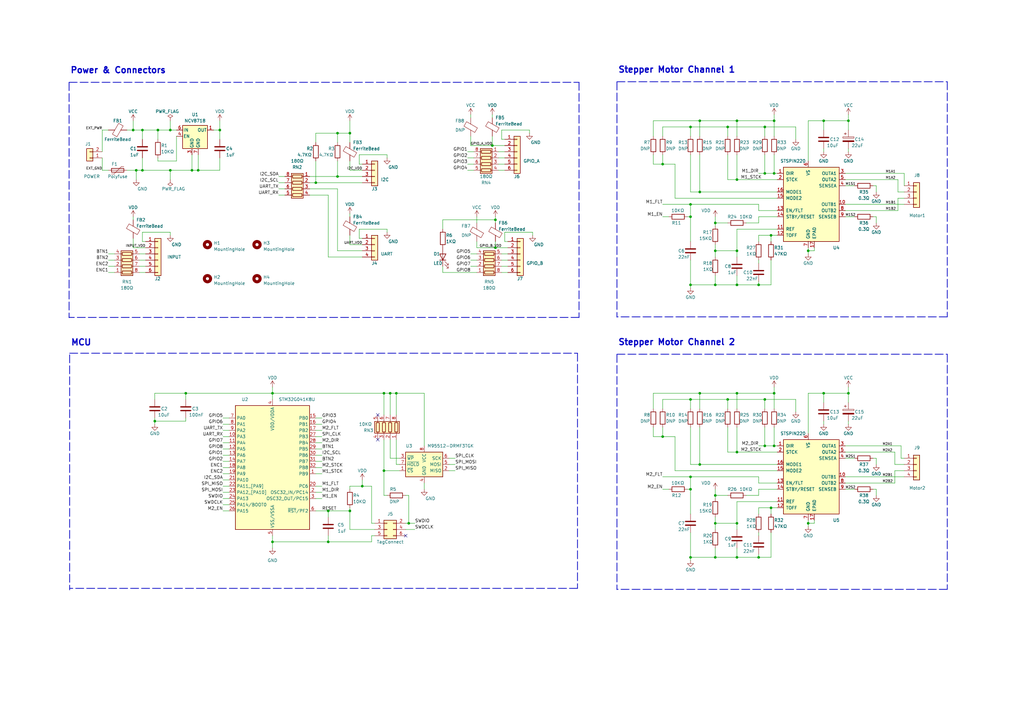
<source format=kicad_sch>
(kicad_sch (version 20220404) (generator eeschema)
  (paper "A3")
  (title_block (title "loco") (date "2022-07-15") (rev "0.2") (company "vitaly.codes"))
  (junction (at 316.23 208.28))
  (junction (at 63.5 172.72))
  (junction (at 317.5 182.88))
  (junction (at 317.5 71.12))
  (junction (at 58.42 53.34))
  (junction (at 331.47 214.63))
  (junction (at 283.21 228.6))
  (junction (at 143.51 54.61))
  (junction (at 203.2 101.6))
  (junction (at 302.26 185.42))
  (junction (at 283.21 195.58))
  (junction (at 138.43 72.39))
  (junction (at 302.26 49.53))
  (junction (at 293.37 214.63))
  (junction (at 111.76 222.25))
  (junction (at 313.69 182.88))
  (junction (at 143.51 209.55))
  (junction (at 69.85 69.85))
  (junction (at 271.78 179.07))
  (junction (at 157.48 193.04))
  (junction (at 271.78 67.31))
  (junction (at 64.77 53.34))
  (junction (at 293.37 91.44))
  (junction (at 287.02 49.53))
  (junction (at 337.82 49.53))
  (junction (at 316.23 96.52))
  (junction (at 331.47 102.87))
  (junction (at 69.85 53.34))
  (junction (at 138.43 54.61))
  (junction (at 76.2 161.29))
  (junction (at 90.17 53.34))
  (junction (at 347.98 161.29))
  (junction (at 302.26 116.84))
  (junction (at 293.37 228.6))
  (junction (at 298.45 163.83))
  (junction (at 317.5 161.29))
  (junction (at 313.69 71.12))
  (junction (at 293.37 116.84))
  (junction (at 111.76 161.29))
  (junction (at 78.74 69.85))
  (junction (at 317.5 49.53))
  (junction (at 302.26 228.6))
  (junction (at 167.64 214.63))
  (junction (at 302.26 102.87))
  (junction (at 287.02 78.74))
  (junction (at 283.21 163.83))
  (junction (at 283.21 116.84))
  (junction (at 129.54 74.93))
  (junction (at 157.48 161.29))
  (junction (at 160.02 161.29))
  (junction (at 293.37 203.2))
  (junction (at 302.26 73.66))
  (junction (at 311.15 228.6))
  (junction (at 347.98 49.53))
  (junction (at 203.2 90.17))
  (junction (at 54.61 53.34))
  (junction (at 134.62 209.55))
  (junction (at 55.88 69.85))
  (junction (at 293.37 102.87))
  (junction (at 81.28 69.85))
  (junction (at 201.93 59.69))
  (junction (at 162.56 161.29))
  (junction (at 302.26 214.63))
  (junction (at 283.21 83.82))
  (junction (at 313.69 52.07))
  (junction (at 134.62 222.25))
  (junction (at 298.45 52.07))
  (junction (at 58.42 69.85))
  (junction (at 311.15 116.84))
  (junction (at 283.21 88.9))
  (junction (at 283.21 200.66))
  (junction (at 283.21 52.07))
  (junction (at 287.02 190.5))
  (junction (at 313.69 163.83))
  (junction (at 287.02 161.29))
  (junction (at 302.26 161.29))
  (junction (at 337.82 161.29))
  (junction (at 148.59 199.39))
  (no_connect (at 154.94 180.34))
  (no_connect (at 154.94 170.18))
  (no_connect (at 166.37 219.71))
  (wire (pts (xy 313.69 175.26) (xy 313.69 182.88)))
  (wire (pts (xy 134.62 105.41) (xy 134.62 80.01)))
  (wire (pts (xy 293.37 100.33) (xy 293.37 102.87)))
  (wire (pts (xy 69.85 53.34) (xy 72.39 53.34)))
  (wire (pts (xy 69.85 95.25) (xy 69.85 96.52)))
  (wire (pts (xy 318.77 78.74) (xy 287.02 78.74)))
  (wire (pts (xy 276.86 193.04) (xy 318.77 193.04)))
  (wire (pts (xy 87.63 53.34) (xy 90.17 53.34)))
  (wire (pts (xy 91.44 184.15) (xy 93.98 184.15)))
  (wire (pts (xy 271.78 67.31) (xy 271.78 63.5)))
  (wire (pts (xy 205.74 53.34) (xy 217.17 53.34)))
  (wire (pts (xy 63.5 172.72) (xy 76.2 172.72)))
  (wire (pts (xy 81.28 63.5) (xy 81.28 69.85)))
  (wire (pts (xy 207.01 57.15) (xy 205.74 57.15)))
  (wire (pts (xy 271.78 167.64) (xy 271.78 163.83)))
  (wire (pts (xy 157.48 203.2) (xy 158.75 203.2)))
  (wire (pts (xy 134.62 222.25) (xy 111.76 222.25)))
  (wire (pts (xy 267.97 161.29) (xy 267.97 167.64)))
  (wire (pts (xy 132.08 186.69) (xy 129.54 186.69)))
  (wire (pts (xy 147.32 93.98) (xy 158.75 93.98)))
  (wire (pts (xy 191.77 69.85) (xy 194.31 69.85)))
  (wire (pts (xy 283.21 163.83) (xy 298.45 163.83)))
  (wire (pts (xy 152.4 199.39) (xy 152.4 214.63)))
  (wire (pts (xy 346.71 83.82) (xy 370.84 83.82)))
  (wire (pts (xy 281.94 200.66) (xy 283.21 200.66)))
  (wire (pts (xy 287.02 161.29) (xy 302.26 161.29)))
  (wire (pts (xy 205.74 109.22) (xy 208.28 109.22)))
  (wire (pts (xy 147.32 63.5) (xy 158.75 63.5)))
  (wire (pts (xy 91.44 179.07) (xy 93.98 179.07)))
  (wire (pts (xy 129.54 54.61) (xy 138.43 54.61)))
  (wire (pts (xy 346.71 76.2) (xy 350.52 76.2)))
  (wire (pts (xy 306.07 91.44) (xy 311.15 91.44)))
  (polyline (pts (xy 28.575 144.8816) (xy 236.855 144.8816)) (stroke (width 0.3) (type dash)))
  (wire (pts (xy 148.59 105.41) (xy 134.62 105.41)))
  (wire (pts (xy 207.01 95.25) (xy 218.44 95.25)))
  (wire (pts (xy 313.69 52.07) (xy 298.45 52.07)))
  (wire (pts (xy 293.37 212.09) (xy 293.37 214.63)))
  (wire (pts (xy 293.37 214.63) (xy 302.26 214.63)))
  (wire (pts (xy 311.15 208.28) (xy 311.15 210.82)))
  (wire (pts (xy 147.32 67.31) (xy 147.32 63.5)))
  (wire (pts (xy 166.37 217.17) (xy 170.18 217.17)))
  (wire (pts (xy 44.45 106.68) (xy 46.99 106.68)))
  (wire (pts (xy 54.61 53.34) (xy 58.42 53.34)))
  (wire (pts (xy 127 74.93) (xy 129.54 74.93)))
  (wire (pts (xy 204.47 69.85) (xy 207.01 69.85)))
  (wire (pts (xy 347.98 158.75) (xy 347.98 161.29)))
  (wire (pts (xy 63.5 172.72) (xy 63.5 173.99)))
  (wire (pts (xy 326.39 163.83) (xy 313.69 163.83)))
  (wire (pts (xy 287.02 175.26) (xy 287.02 190.5)))
  (wire (pts (xy 311.15 227.33) (xy 311.15 228.6)))
  (wire (pts (xy 195.58 101.6) (xy 203.2 101.6)))
  (wire (pts (xy 283.21 83.82) (xy 283.21 88.9)))
  (wire (pts (xy 167.64 203.2) (xy 167.64 214.63)))
  (wire (pts (xy 91.44 176.53) (xy 93.98 176.53)))
  (wire (pts (xy 69.85 69.85) (xy 78.74 69.85)))
  (wire (pts (xy 317.5 46.99) (xy 317.5 49.53)))
  (wire (pts (xy 311.15 88.9) (xy 318.77 88.9)))
  (wire (pts (xy 129.54 58.42) (xy 129.54 54.61)))
  (wire (pts (xy 148.59 69.85) (xy 143.51 69.85)))
  (wire (pts (xy 41.91 64.77) (xy 41.91 69.85)))
  (wire (pts (xy 317.5 175.26) (xy 317.5 182.88)))
  (wire (pts (xy 191.77 64.77) (xy 194.31 64.77)))
  (wire (pts (xy 347.98 49.53) (xy 347.98 53.34)))
  (wire (pts (xy 91.44 186.69) (xy 93.98 186.69)))
  (wire (pts (xy 283.21 228.6) (xy 293.37 228.6)))
  (wire (pts (xy 55.88 69.85) (xy 55.88 73.66)))
  (wire (pts (xy 337.82 161.29) (xy 347.98 161.29)))
  (wire (pts (xy 90.17 69.85) (xy 90.17 64.77)))
  (wire (pts (xy 316.23 116.84) (xy 311.15 116.84)))
  (wire (pts (xy 359.41 200.66) (xy 359.41 203.2)))
  (wire (pts (xy 302.26 224.79) (xy 302.26 228.6)))
  (polyline (pts (xy 28.3464 33.8582) (xy 28.3464 130.2766)) (stroke (width 0.3) (type dash)))
  (wire (pts (xy 271.78 67.31) (xy 267.97 67.31)))
  (polyline (pts (xy 28.3464 33.7566) (xy 237.49 33.7566)) (stroke (width 0.3) (type dash)))
  (wire (pts (xy 287.02 49.53) (xy 287.02 55.88)))
  (wire (pts (xy 313.69 182.88) (xy 317.5 182.88)))
  (wire (pts (xy 132.08 204.47) (xy 129.54 204.47)))
  (wire (pts (xy 205.74 57.15) (xy 205.74 53.34)))
  (wire (pts (xy 302.26 63.5) (xy 302.26 73.66)))
  (wire (pts (xy 148.59 67.31) (xy 147.32 67.31)))
  (wire (pts (xy 157.48 180.34) (xy 157.48 193.04)))
  (wire (pts (xy 283.21 78.74) (xy 287.02 78.74)))
  (wire (pts (xy 316.23 218.44) (xy 316.23 228.6)))
  (wire (pts (xy 72.39 66.04) (xy 72.39 55.88)))
  (wire (pts (xy 58.42 53.34) (xy 64.77 53.34)))
  (wire (pts (xy 276.86 179.07) (xy 276.86 193.04)))
  (wire (pts (xy 317.5 161.29) (xy 317.5 167.64)))
  (wire (pts (xy 63.5 161.29) (xy 76.2 161.29)))
  (wire (pts (xy 287.02 161.29) (xy 287.02 167.64)))
  (wire (pts (xy 162.56 180.34) (xy 162.56 190.5)))
  (wire (pts (xy 193.04 109.22) (xy 195.58 109.22)))
  (wire (pts (xy 54.61 49.53) (xy 54.61 53.34)))
  (wire (pts (xy 346.71 187.96) (xy 350.52 187.96)))
  (wire (pts (xy 369.57 182.88) (xy 369.57 187.96)))
  (wire (pts (xy 114.3 80.01) (xy 116.84 80.01)))
  (wire (pts (xy 302.26 73.66) (xy 318.77 73.66)))
  (polyline (pts (xy 236.855 241.3) (xy 28.575 241.3)) (stroke (width 0.3) (type dash)))
  (wire (pts (xy 283.21 200.66) (xy 283.21 210.82)))
  (wire (pts (xy 298.45 185.42) (xy 302.26 185.42)))
  (wire (pts (xy 91.44 201.93) (xy 93.98 201.93)))
  (wire (pts (xy 173.99 161.29) (xy 173.99 182.88)))
  (wire (pts (xy 313.69 71.12) (xy 317.5 71.12)))
  (wire (pts (xy 132.08 173.99) (xy 129.54 173.99)))
  (wire (pts (xy 205.74 104.14) (xy 208.28 104.14)))
  (wire (pts (xy 58.42 99.06) (xy 58.42 95.25)))
  (wire (pts (xy 58.42 57.15) (xy 58.42 53.34)))
  (wire (pts (xy 129.54 209.55) (xy 134.62 209.55)))
  (wire (pts (xy 91.44 207.01) (xy 93.98 207.01)))
  (wire (pts (xy 160.02 161.29) (xy 160.02 170.18)))
  (wire (pts (xy 311.15 195.58) (xy 311.15 198.12)))
  (wire (pts (xy 298.45 73.66) (xy 302.26 73.66)))
  (wire (pts (xy 293.37 203.2) (xy 293.37 204.47)))
  (wire (pts (xy 271.78 179.07) (xy 267.97 179.07)))
  (wire (pts (xy 311.15 83.82) (xy 283.21 83.82)))
  (wire (pts (xy 331.47 102.87) (xy 334.01 102.87)))
  (wire (pts (xy 311.15 208.28) (xy 316.23 208.28)))
  (wire (pts (xy 311.15 200.66) (xy 318.77 200.66)))
  (wire (pts (xy 76.2 163.83) (xy 76.2 161.29)))
  (wire (pts (xy 293.37 91.44) (xy 293.37 92.71)))
  (wire (pts (xy 152.4 219.71) (xy 153.67 219.71)))
  (wire (pts (xy 346.71 88.9) (xy 350.52 88.9)))
  (wire (pts (xy 132.08 194.31) (xy 129.54 194.31)))
  (wire (pts (xy 316.23 228.6) (xy 311.15 228.6)))
  (wire (pts (xy 369.57 187.96) (xy 370.84 187.96)))
  (wire (pts (xy 283.21 116.84) (xy 293.37 116.84)))
  (wire (pts (xy 186.69 187.96) (xy 184.15 187.96)))
  (wire (pts (xy 81.28 69.85) (xy 90.17 69.85)))
  (wire (pts (xy 316.23 208.28) (xy 316.23 210.82)))
  (wire (pts (xy 318.77 205.74) (xy 302.26 205.74)))
  (wire (pts (xy 166.37 203.2) (xy 167.64 203.2)))
  (wire (pts (xy 134.62 222.25) (xy 152.4 222.25)))
  (wire (pts (xy 111.76 161.29) (xy 157.48 161.29)))
  (wire (pts (xy 283.21 116.84) (xy 283.21 118.11)))
  (wire (pts (xy 311.15 86.36) (xy 318.77 86.36)))
  (wire (pts (xy 298.45 91.44) (xy 293.37 91.44)))
  (wire (pts (xy 302.26 205.74) (xy 302.26 214.63)))
  (wire (pts (xy 302.26 113.03) (xy 302.26 116.84)))
  (wire (pts (xy 317.5 49.53) (xy 317.5 55.88)))
  (wire (pts (xy 181.61 90.17) (xy 181.61 93.98)))
  (wire (pts (xy 138.43 102.87) (xy 138.43 77.47)))
  (wire (pts (xy 64.77 66.04) (xy 72.39 66.04)))
  (wire (pts (xy 331.47 102.87) (xy 331.47 101.6)))
  (wire (pts (xy 311.15 203.2) (xy 311.15 200.66)))
  (wire (pts (xy 160.02 187.96) (xy 163.83 187.96)))
  (wire (pts (xy 276.86 67.31) (xy 271.78 67.31)))
  (wire (pts (xy 41.91 62.23) (xy 41.91 53.34)))
  (wire (pts (xy 359.41 76.2) (xy 359.41 78.74)))
  (wire (pts (xy 173.99 200.66) (xy 173.99 198.12)))
  (wire (pts (xy 218.44 95.25) (xy 218.44 96.52)))
  (wire (pts (xy 271.78 83.82) (xy 283.21 83.82)))
  (wire (pts (xy 57.15 106.68) (xy 59.69 106.68)))
  (polyline (pts (xy 28.575 145.5166) (xy 28.575 241.935)) (stroke (width 0.3) (type dash)))
  (wire (pts (xy 195.58 99.06) (xy 195.58 101.6)))
  (wire (pts (xy 134.62 209.55) (xy 143.51 209.55)))
  (wire (pts (xy 276.86 179.07) (xy 271.78 179.07)))
  (wire (pts (xy 318.77 190.5) (xy 287.02 190.5)))
  (wire (pts (xy 44.45 109.22) (xy 46.99 109.22)))
  (wire (pts (xy 203.2 88.9) (xy 203.2 90.17)))
  (wire (pts (xy 283.21 106.68) (xy 283.21 116.84)))
  (wire (pts (xy 64.77 57.15) (xy 64.77 53.34)))
  (wire (pts (xy 337.82 49.53) (xy 347.98 49.53)))
  (wire (pts (xy 358.14 200.66) (xy 359.41 200.66)))
  (wire (pts (xy 318.77 208.28) (xy 316.23 208.28)))
  (wire (pts (xy 370.84 193.04) (xy 367.03 193.04)))
  (wire (pts (xy 132.08 199.39) (xy 129.54 199.39)))
  (wire (pts (xy 138.43 72.39) (xy 148.59 72.39)))
  (wire (pts (xy 359.41 88.9) (xy 359.41 91.44)))
  (wire (pts (xy 160.02 161.29) (xy 157.48 161.29)))
  (wire (pts (xy 367.03 190.5) (xy 370.84 190.5)))
  (wire (pts (xy 57.15 109.22) (xy 59.69 109.22)))
  (wire (pts (xy 143.51 54.61) (xy 143.51 58.42)))
  (wire (pts (xy 331.47 49.53) (xy 337.82 49.53)))
  (wire (pts (xy 162.56 190.5) (xy 163.83 190.5)))
  (wire (pts (xy 78.74 63.5) (xy 78.74 69.85)))
  (wire (pts (xy 91.44 199.39) (xy 93.98 199.39)))
  (wire (pts (xy 158.75 63.5) (xy 158.75 64.77)))
  (wire (pts (xy 143.51 217.17) (xy 143.51 209.55)))
  (wire (pts (xy 186.69 193.04) (xy 184.15 193.04)))
  (wire (pts (xy 368.3 81.28) (xy 370.84 81.28)))
  (wire (pts (xy 346.71 71.12) (xy 370.84 71.12)))
  (wire (pts (xy 132.08 171.45) (xy 129.54 171.45)))
  (wire (pts (xy 331.47 161.29) (xy 331.47 177.8)))
  (wire (pts (xy 293.37 200.66) (xy 293.37 203.2)))
  (wire (pts (xy 293.37 102.87) (xy 293.37 105.41)))
  (wire (pts (xy 311.15 182.88) (xy 313.69 182.88)))
  (wire (pts (xy 368.3 78.74) (xy 370.84 78.74)))
  (wire (pts (xy 59.69 99.06) (xy 58.42 99.06)))
  (wire (pts (xy 205.74 111.76) (xy 208.28 111.76)))
  (wire (pts (xy 298.45 175.26) (xy 298.45 185.42)))
  (wire (pts (xy 318.77 96.52) (xy 316.23 96.52)))
  (wire (pts (xy 64.77 53.34) (xy 69.85 53.34)))
  (wire (pts (xy 367.03 193.04) (xy 367.03 198.12)))
  (wire (pts (xy 143.51 199.39) (xy 148.59 199.39)))
  (wire (pts (xy 158.75 93.98) (xy 158.75 95.25)))
  (wire (pts (xy 283.21 63.5) (xy 283.21 78.74)))
  (wire (pts (xy 311.15 71.12) (xy 313.69 71.12)))
  (wire (pts (xy 346.71 198.12) (xy 367.03 198.12)))
  (wire (pts (xy 143.51 49.53) (xy 143.51 54.61)))
  (wire (pts (xy 331.47 214.63) (xy 334.01 214.63)))
  (wire (pts (xy 54.61 88.9) (xy 54.61 90.17)))
  (wire (pts (xy 162.56 161.29) (xy 162.56 170.18)))
  (wire (pts (xy 91.44 194.31) (xy 93.98 194.31)))
  (polyline (pts (xy 253.0348 145.288) (xy 388.5184 145.288)) (stroke (width 0.3) (type dash)))
  (wire (pts (xy 283.21 195.58) (xy 283.21 200.66)))
  (wire (pts (xy 346.71 185.42) (xy 367.03 185.42)))
  (wire (pts (xy 148.59 102.87) (xy 138.43 102.87)))
  (wire (pts (xy 91.44 209.55) (xy 93.98 209.55)))
  (wire (pts (xy 311.15 198.12) (xy 318.77 198.12)))
  (wire (pts (xy 302.26 49.53) (xy 317.5 49.53)))
  (wire (pts (xy 347.98 46.99) (xy 347.98 49.53)))
  (wire (pts (xy 331.47 161.29) (xy 337.82 161.29)))
  (wire (pts (xy 69.85 49.53) (xy 69.85 53.34)))
  (wire (pts (xy 293.37 116.84) (xy 302.26 116.84)))
  (wire (pts (xy 313.69 163.83) (xy 298.45 163.83)))
  (wire (pts (xy 58.42 95.25) (xy 69.85 95.25)))
  (wire (pts (xy 148.59 100.33) (xy 143.51 100.33)))
  (wire (pts (xy 316.23 96.52) (xy 316.23 99.06)))
  (polyline (pts (xy 253.0348 33.6296) (xy 253.0348 130.048)) (stroke (width 0.3) (type dash)))
  (wire (pts (xy 311.15 96.52) (xy 311.15 99.06)))
  (wire (pts (xy 205.74 106.68) (xy 208.28 106.68)))
  (wire (pts (xy 311.15 115.57) (xy 311.15 116.84)))
  (wire (pts (xy 157.48 193.04) (xy 157.48 203.2)))
  (wire (pts (xy 317.5 182.88) (xy 318.77 182.88)))
  (wire (pts (xy 64.77 66.04) (xy 64.77 64.77)))
  (wire (pts (xy 201.93 59.69) (xy 207.01 59.69)))
  (wire (pts (xy 143.51 96.52) (xy 143.51 100.33)))
  (wire (pts (xy 334.01 214.63) (xy 334.01 213.36)))
  (wire (pts (xy 76.2 161.29) (xy 111.76 161.29)))
  (wire (pts (xy 283.21 228.6) (xy 283.21 229.87)))
  (wire (pts (xy 313.69 63.5) (xy 313.69 71.12)))
  (wire (pts (xy 302.26 102.87) (xy 302.26 105.41)))
  (wire (pts (xy 134.62 219.71) (xy 134.62 222.25)))
  (wire (pts (xy 283.21 218.44) (xy 283.21 228.6)))
  (wire (pts (xy 191.77 62.23) (xy 194.31 62.23)))
  (wire (pts (xy 162.56 161.29) (xy 160.02 161.29)))
  (wire (pts (xy 111.76 161.29) (xy 111.76 163.83)))
  (wire (pts (xy 283.21 175.26) (xy 283.21 190.5)))
  (wire (pts (xy 157.48 161.29) (xy 157.48 170.18)))
  (wire (pts (xy 69.85 73.66) (xy 69.85 69.85)))
  (wire (pts (xy 359.41 187.96) (xy 359.41 190.5)))
  (wire (pts (xy 271.78 55.88) (xy 271.78 52.07)))
  (wire (pts (xy 358.14 76.2) (xy 359.41 76.2)))
  (wire (pts (xy 281.94 88.9) (xy 283.21 88.9)))
  (wire (pts (xy 111.76 219.71) (xy 111.76 222.25)))
  (wire (pts (xy 271.78 88.9) (xy 274.32 88.9)))
  (wire (pts (xy 334.01 102.87) (xy 334.01 101.6)))
  (wire (pts (xy 369.57 182.88) (xy 346.71 182.88)))
  (wire (pts (xy 55.88 69.85) (xy 58.42 69.85)))
  (wire (pts (xy 337.82 60.96) (xy 337.82 62.23)))
  (wire (pts (xy 91.44 196.85) (xy 93.98 196.85)))
  (wire (pts (xy 370.84 71.12) (xy 370.84 76.2)))
  (wire (pts (xy 293.37 214.63) (xy 293.37 217.17)))
  (wire (pts (xy 287.02 63.5) (xy 287.02 78.74)))
  (wire (pts (xy 138.43 54.61) (xy 143.51 54.61)))
  (wire (pts (xy 267.97 49.53) (xy 267.97 55.88)))
  (wire (pts (xy 313.69 55.88) (xy 313.69 52.07)))
  (wire (pts (xy 271.78 163.83) (xy 283.21 163.83)))
  (polyline (pts (xy 253.0348 33.528) (xy 388.5184 33.528)) (stroke (width 0.3) (type dash)))
  (wire (pts (xy 293.37 228.6) (xy 302.26 228.6)))
  (wire (pts (xy 331.47 214.63) (xy 331.47 215.9)))
  (wire (pts (xy 152.4 199.39) (xy 148.59 199.39)))
  (wire (pts (xy 311.15 106.68) (xy 311.15 107.95)))
  (wire (pts (xy 203.2 90.17) (xy 203.2 91.44)))
  (wire (pts (xy 181.61 111.76) (xy 195.58 111.76)))
  (wire (pts (xy 367.03 185.42) (xy 367.03 190.5)))
  (wire (pts (xy 143.51 200.66) (xy 143.51 199.39)))
  (wire (pts (xy 302.26 161.29) (xy 302.26 167.64)))
  (wire (pts (xy 148.59 97.79) (xy 147.32 97.79)))
  (polyline (pts (xy 237.49 33.7566) (xy 237.49 130.175)) (stroke (width 0.3) (type dash)))
  (wire (pts (xy 283.21 55.88) (xy 283.21 52.07)))
  (wire (pts (xy 44.45 111.76) (xy 46.99 111.76)))
  (wire (pts (xy 143.51 208.28) (xy 143.51 209.55)))
  (wire (pts (xy 204.47 67.31) (xy 207.01 67.31)))
  (wire (pts (xy 311.15 195.58) (xy 283.21 195.58)))
  (wire (pts (xy 203.2 99.06) (xy 203.2 101.6)))
  (wire (pts (xy 157.48 193.04) (xy 163.83 193.04)))
  (wire (pts (xy 91.44 191.77) (xy 93.98 191.77)))
  (wire (pts (xy 78.74 69.85) (xy 81.28 69.85)))
  (wire (pts (xy 283.21 167.64) (xy 283.21 163.83)))
  (wire (pts (xy 337.82 161.29) (xy 337.82 165.1)))
  (wire (pts (xy 316.23 106.68) (xy 316.23 116.84)))
  (polyline (pts (xy 236.855 144.8816) (xy 236.855 241.3)) (stroke (width 0.3) (type dash)))
  (wire (pts (xy 54.61 97.79) (xy 54.61 101.6)))
  (wire (pts (xy 293.37 113.03) (xy 293.37 116.84)))
  (wire (pts (xy 193.04 46.99) (xy 193.04 48.26)))
  (wire (pts (xy 193.04 59.69) (xy 201.93 59.69)))
  (wire (pts (xy 271.78 179.07) (xy 271.78 175.26)))
  (wire (pts (xy 298.45 163.83) (xy 298.45 167.64)))
  (wire (pts (xy 337.82 172.72) (xy 337.82 173.99)))
  (wire (pts (xy 346.71 73.66) (xy 368.3 73.66)))
  (wire (pts (xy 138.43 54.61) (xy 138.43 58.42)))
  (wire (pts (xy 283.21 88.9) (xy 283.21 99.06)))
  (wire (pts (xy 132.08 179.07) (xy 129.54 179.07)))
  (wire (pts (xy 346.71 86.36) (xy 368.3 86.36)))
  (wire (pts (xy 204.47 64.77) (xy 207.01 64.77)))
  (wire (pts (xy 217.17 53.34) (xy 217.17 54.61)))
  (wire (pts (xy 317.5 63.5) (xy 317.5 71.12)))
  (wire (pts (xy 201.93 55.88) (xy 201.93 59.69)))
  (wire (pts (xy 313.69 167.64) (xy 313.69 163.83)))
  (wire (pts (xy 132.08 176.53) (xy 129.54 176.53)))
  (wire (pts (xy 283.21 52.07) (xy 298.45 52.07)))
  (wire (pts (xy 143.51 87.63) (xy 143.51 88.9)))
  (wire (pts (xy 191.77 67.31) (xy 194.31 67.31)))
  (polyline (pts (xy 237.49 130.175) (xy 28.3464 130.175)) (stroke (width 0.3) (type dash)))
  (wire (pts (xy 311.15 83.82) (xy 311.15 86.36)))
  (wire (pts (xy 302.26 161.29) (xy 317.5 161.29)))
  (wire (pts (xy 302.26 228.6) (xy 311.15 228.6)))
  (wire (pts (xy 267.97 67.31) (xy 267.97 63.5)))
  (wire (pts (xy 368.3 73.66) (xy 368.3 78.74)))
  (wire (pts (xy 63.5 172.72) (xy 63.5 171.45)))
  (wire (pts (xy 347.98 60.96) (xy 347.98 62.23)))
  (wire (pts (xy 181.61 109.22) (xy 181.61 111.76)))
  (wire (pts (xy 201.93 46.99) (xy 201.93 48.26)))
  (wire (pts (xy 298.45 63.5) (xy 298.45 73.66)))
  (wire (pts (xy 347.98 172.72) (xy 347.98 173.99)))
  (wire (pts (xy 134.62 80.01) (xy 127 80.01)))
  (wire (pts (xy 267.97 49.53) (xy 287.02 49.53)))
  (wire (pts (xy 91.44 171.45) (xy 93.98 171.45)))
  (wire (pts (xy 346.71 195.58) (xy 370.84 195.58)))
  (wire (pts (xy 346.71 200.66) (xy 350.52 200.66)))
  (wire (pts (xy 76.2 172.72) (xy 76.2 171.45)))
  (wire (pts (xy 311.15 218.44) (xy 311.15 219.71)))
  (wire (pts (xy 276.86 67.31) (xy 276.86 81.28)))
  (wire (pts (xy 127 72.39) (xy 138.43 72.39)))
  (wire (pts (xy 271.78 195.58) (xy 283.21 195.58)))
  (wire (pts (xy 326.39 52.07) (xy 313.69 52.07)))
  (wire (pts (xy 204.47 62.23) (xy 207.01 62.23)))
  (wire (pts (xy 318.77 93.98) (xy 302.26 93.98)))
  (wire (pts (xy 114.3 72.39) (xy 116.84 72.39)))
  (wire (pts (xy 317.5 71.12) (xy 318.77 71.12)))
  (wire (pts (xy 132.08 181.61) (xy 129.54 181.61)))
  (wire (pts (xy 208.28 99.06) (xy 207.01 99.06)))
  (wire (pts (xy 152.4 222.25) (xy 152.4 219.71)))
  (wire (pts (xy 283.21 190.5) (xy 287.02 190.5)))
  (wire (pts (xy 311.15 96.52) (xy 316.23 96.52)))
  (polyline (pts (xy 388.5184 145.288) (xy 388.5184 241.7064)) (stroke (width 0.3) (type dash)))
  (wire (pts (xy 134.62 212.09) (xy 134.62 209.55)))
  (wire (pts (xy 160.02 187.96) (xy 160.02 180.34)))
  (wire (pts (xy 91.44 189.23) (xy 93.98 189.23)))
  (wire (pts (xy 114.3 77.47) (xy 116.84 77.47)))
  (wire (pts (xy 59.69 101.6) (xy 54.61 101.6)))
  (wire (pts (xy 132.08 184.15) (xy 129.54 184.15)))
  (wire (pts (xy 57.15 104.14) (xy 59.69 104.14)))
  (wire (pts (xy 326.39 168.91) (xy 326.39 163.83)))
  (wire (pts (xy 90.17 49.53) (xy 90.17 53.34)))
  (wire (pts (xy 302.26 116.84) (xy 311.15 116.84)))
  (wire (pts (xy 298.45 52.07) (xy 298.45 55.88)))
  (wire (pts (xy 276.86 81.28) (xy 318.77 81.28)))
  (wire (pts (xy 91.44 173.99) (xy 93.98 173.99)))
  (wire (pts (xy 271.78 200.66) (xy 274.32 200.66)))
  (wire (pts (xy 52.07 69.85) (xy 55.88 69.85)))
  (wire (pts (xy 41.91 69.85) (xy 44.45 69.85)))
  (polyline (pts (xy 388.5184 129.9464) (xy 253.0348 129.9464)) (stroke (width 0.3) (type dash)))
  (wire (pts (xy 302.26 49.53) (xy 302.26 55.88)))
  (wire (pts (xy 138.43 77.47) (xy 127 77.47)))
  (wire (pts (xy 63.5 163.83) (xy 63.5 161.29)))
  (polyline (pts (xy 253.0348 145.3896) (xy 253.0348 241.808)) (stroke (width 0.3) (type dash)))
  (wire (pts (xy 58.42 64.77) (xy 58.42 69.85)))
  (wire (pts (xy 132.08 189.23) (xy 129.54 189.23)))
  (wire (pts (xy 44.45 104.14) (xy 46.99 104.14)))
  (wire (pts (xy 287.02 49.53) (xy 302.26 49.53)))
  (wire (pts (xy 143.51 217.17) (xy 153.67 217.17)))
  (wire (pts (xy 193.04 104.14) (xy 195.58 104.14)))
  (wire (pts (xy 337.82 49.53) (xy 337.82 53.34)))
  (wire (pts (xy 41.91 53.34) (xy 44.45 53.34)))
  (wire (pts (xy 111.76 158.75) (xy 111.76 161.29)))
  (polyline (pts (xy 388.5184 33.528) (xy 388.5184 129.9464)) (stroke (width 0.3) (type dash)))
  (wire (pts (xy 129.54 66.04) (xy 129.54 74.93)))
  (wire (pts (xy 193.04 55.88) (xy 193.04 59.69)))
  (wire (pts (xy 203.2 101.6) (xy 208.28 101.6)))
  (wire (pts (xy 193.04 106.68) (xy 195.58 106.68)))
  (wire (pts (xy 358.14 88.9) (xy 359.41 88.9)))
  (wire (pts (xy 347.98 161.29) (xy 347.98 165.1)))
  (wire (pts (xy 331.47 49.53) (xy 331.47 66.04)))
  (wire (pts (xy 293.37 224.79) (xy 293.37 228.6)))
  (wire (pts (xy 181.61 90.17) (xy 203.2 90.17)))
  (wire (pts (xy 302.26 175.26) (xy 302.26 185.42)))
  (wire (pts (xy 129.54 74.93) (xy 148.59 74.93)))
  (wire (pts (xy 91.44 181.61) (xy 93.98 181.61)))
  (wire (pts (xy 167.64 214.63) (xy 170.18 214.63)))
  (wire (pts (xy 298.45 203.2) (xy 293.37 203.2)))
  (wire (pts (xy 267.97 179.07) (xy 267.97 175.26)))
  (wire (pts (xy 358.14 187.96) (xy 359.41 187.96)))
  (wire (pts (xy 302.26 93.98) (xy 302.26 102.87)))
  (wire (pts (xy 331.47 214.63) (xy 331.47 213.36)))
  (wire (pts (xy 293.37 88.9) (xy 293.37 91.44)))
  (wire (pts (xy 138.43 66.04) (xy 138.43 72.39)))
  (wire (pts (xy 152.4 214.63) (xy 153.67 214.63)))
  (wire (pts (xy 52.07 53.34) (xy 54.61 53.34)))
  (wire (pts (xy 166.37 214.63) (xy 167.64 214.63)))
  (wire (pts (xy 186.69 190.5) (xy 184.15 190.5)))
  (wire (pts (xy 302.26 185.42) (xy 318.77 185.42)))
  (wire (pts (xy 57.15 111.76) (xy 59.69 111.76)))
  (wire (pts (xy 111.76 222.25) (xy 111.76 224.79)))
  (wire (pts (xy 331.47 102.87) (xy 331.47 104.14)))
  (wire (pts (xy 306.07 203.2) (xy 311.15 203.2)))
  (wire (pts (xy 91.44 204.47) (xy 93.98 204.47)))
  (wire (pts (xy 368.3 81.28) (xy 368.3 86.36)))
  (wire (pts (xy 147.32 97.79) (xy 147.32 93.98)))
  (wire (pts (xy 132.08 191.77) (xy 129.54 191.77)))
  (wire (pts (xy 267.97 161.29) (xy 287.02 161.29)))
  (wire (pts (xy 271.78 52.07) (xy 283.21 52.07)))
  (wire (pts (xy 326.39 57.15) (xy 326.39 52.07)))
  (wire (pts (xy 148.59 196.85) (xy 148.59 199.39)))
  (wire (pts (xy 132.08 201.93) (xy 129.54 201.93)))
  (wire (pts (xy 173.99 161.29) (xy 162.56 161.29)))
  (wire (pts (xy 317.5 158.75) (xy 317.5 161.29)))
  (wire (pts (xy 114.3 74.93) (xy 116.84 74.93)))
  (wire (pts (xy 293.37 102.87) (xy 302.26 102.87)))
  (wire (pts (xy 302.26 214.63) (xy 302.26 217.17)))
  (wire (pts (xy 311.15 91.44) (xy 311.15 88.9)))
  (wire (pts (xy 90.17 53.34) (xy 90.17 57.15)))
  (wire (pts (xy 58.42 69.85) (xy 69.85 69.85)))
  (wire (pts (xy 207.01 99.06) (xy 207.01 95.25)))
  (wire (pts (xy 195.58 88.9) (xy 195.58 91.44)))
  (polyline (pts (xy 388.5184 241.7064) (xy 253.0348 241.7064)) (stroke (width 0.3) (type dash)))
  (wire (pts (xy 143.51 66.04) (xy 143.51 69.85)))
  (text "Power & Connectors\n" (at 28.7528 30.4038 0) (effects (font (size 2.5 2.5) (thickness 0.5) bold) (justify left bottom)))
  (text "MCU" (at 28.9814 142.0622 0) (effects (font (size 2.5 2.5) (thickness 0.5) bold) (justify left bottom)))
  (text "Stepper Motor Channel 2" (at 253.4412 141.9352 0) (effects (font (size 2.5 2.5) (thickness 0.5) bold) (justify left bottom)))
  (text "Stepper Motor Channel 1" (at 253.4412 30.1752 0) (effects (font (size 2.5 2.5) (thickness 0.5) bold) (justify left bottom)))
  (label "ENC2" (at 44.45 109.22 180))
  (label "SPI_CLK" (at 132.08 179.07 0))
  (label "M2A2" (at 361.95 185.42 0) (effects (font (size 1 1))))
  (label "M1A2" (at 363.22 73.66 0) (effects (font (size 1 1))))
  (label "M1B1" (at 363.22 83.82 0) (effects (font (size 1 1))))
  (label "GPIO2" (at 91.44 189.23 180))
  (label "UART_TX" (at 114.3 77.47 180))
  (label "M2B1" (at 361.95 195.58 0) (effects (font (size 1 1))))
  (label "UART_RX" (at 91.44 179.07 180))
  (label "M1B2" (at 363.22 86.36 0) (effects (font (size 1 1))))
  (label "SPI_MOSI" (at 186.69 190.5 0))
  (label "GPIO_B_VDD" (at 205.74 101.6 180) (effects (font (size 1 1))))
  (label "GPIO1" (at 191.77 62.23 180))
  (label "M1_EN" (at 271.78 88.9 180))
  (label "GPIO3" (at 191.77 67.31 180))
  (label "SPI_MISO" (at 186.69 193.04 0))
  (label "SWDCLK" (at 91.44 207.01 180))
  (label "M2_DIR" (at 132.08 181.61 0))
  (label "M1A1" (at 363.22 71.12 0) (effects (font (size 1 1))))
  (label "RESET" (at 132.08 209.55 0))
  (label "M1_STCK" (at 312.42 73.66 180))
  (label "I2C_SDA" (at 91.44 196.85 180))
  (label "INPUT_VDD" (at 59.69 101.6 180) (effects (font (size 1 1))))
  (label "ENC2" (at 91.44 194.31 180))
  (label "SPI_CLK" (at 186.69 187.96 0))
  (label "SWDIO" (at 170.18 214.63 0))
  (label "GPIO4" (at 191.77 69.85 180))
  (label "M2_EN" (at 91.44 209.55 180))
  (label "M2_FLT" (at 271.78 195.58 180))
  (label "BTN2" (at 44.45 106.68 180))
  (label "GPIO5" (at 193.04 104.14 180))
  (label "SWDIO" (at 91.44 204.47 180))
  (label "M2A1" (at 361.95 182.88 0) (effects (font (size 1 1))))
  (label "GPIO8" (at 91.44 184.15 180))
  (label "I2C_SDA" (at 114.3 72.39 180))
  (label "GPIO6" (at 193.04 106.68 180))
  (label "SWDCLK" (at 170.18 217.17 0))
  (label "SPI_MOSI" (at 91.44 201.93 180))
  (label "GPIO6" (at 91.44 173.99 180))
  (label "GPIO2" (at 191.77 64.77 180))
  (label "M1_STCK" (at 132.08 194.31 0))
  (label "M2_DIR" (at 311.15 182.88 180))
  (label "EXT_GND" (at 41.91 69.85 180) (effects (font (size 1 1))))
  (label "M1_DIR" (at 132.08 201.93 0))
  (label "BTN2" (at 132.08 189.23 0))
  (label "M2_STCK" (at 132.08 191.77 0))
  (label "UART_TX" (at 91.44 176.53 180))
  (label "BTN1" (at 44.45 104.14 180))
  (label "M1S1" (at 346.71 76.2 0) (effects (font (size 1 1))))
  (label "UART_RX" (at 114.3 80.01 180))
  (label "BTN1" (at 132.08 184.15 0))
  (label "M1S2" (at 346.71 88.9 0) (effects (font (size 1 1))))
  (label "GPIO1" (at 91.44 186.69 180))
  (label "M1_FLT" (at 132.08 199.39 0))
  (label "ENC1" (at 91.44 191.77 180))
  (label "M2S1" (at 346.71 187.96 0) (effects (font (size 1 1))))
  (label "M2_EN" (at 271.78 200.66 180))
  (label "GPIO4" (at 132.08 173.99 0))
  (label "M1_EN" (at 132.08 204.47 0))
  (label "SPI_MISO" (at 91.44 199.39 180))
  (label "EXT_PWR" (at 41.91 53.34 180) (effects (font (size 1 1))))
  (label "GPIO5" (at 91.44 171.45 180))
  (label "UART_VDD" (at 148.59 100.33 180) (effects (font (size 1 1))))
  (label "GPIO7" (at 91.44 181.61 180))
  (label "I2C_VDD" (at 148.59 69.85 180) (effects (font (size 1 1))))
  (label "GPIO_A_VDD" (at 201.93 59.69 180) (effects (font (size 1 1))))
  (label "M2B2" (at 361.95 198.12 0) (effects (font (size 1 1))))
  (label "M1_FLT" (at 271.78 83.82 180))
  (label "ENC1" (at 44.45 111.76 180))
  (label "I2C_SCL" (at 114.3 74.93 180))
  (label "M2_STCK" (at 312.42 185.42 180))
  (label "M2S2" (at 346.71 200.66 0) (effects (font (size 1 1))))
  (label "GPIO7" (at 193.04 109.22 180))
  (label "GPIO8" (at 193.04 111.76 180))
  (label "M1_DIR" (at 311.15 71.12 180))
  (label "M2_FLT" (at 132.08 176.53 0))
  (label "I2C_SCL" (at 132.08 186.69 0))
  (label "GPIO3" (at 132.08 171.45 0))
  (symbol (lib_id "power:VDD") (at 143.51 87.63 0) (unit 1)
    (default_instance (reference "#PWR") (unit 1) (value "VDD") (footprint ""))
    (property "Reference" "#PWR010" (effects hide))
    (property "Value" "VDD" (at 143.51 83.82 0))
  )
  (symbol (lib_id "Device:R") (at 293.37 96.52 180) (unit 1)
    (default_instance (reference "R") (unit 1) (value "R") (footprint ""))
    (property "Reference" "R17" (at 292.1 95.25 0) (effects (justify left)))
    (property "Value" "15KΩ" (at 292.1 97.79 0) (effects (justify left)))
    (property "Footprint" "Resistor_SMD:R_0603_1608Metric" (effects hide))
  )
  (symbol (lib_id "Device:R") (at 267.97 171.45 180) (unit 1)
    (default_instance (reference "R") (unit 1) (value "R") (footprint ""))
    (property "Reference" "R8" (at 266.7 170.18 0) (effects (justify left)))
    (property "Value" "DNP" (at 266.7 172.72 0) (effects (justify left)))
    (property "Footprint" "Resistor_SMD:R_0603_1608Metric" (effects hide))
  )
  (symbol (lib_id "Mechanical:MountingHole") (at 85.09 100.33 0) (unit 1)
    (default_instance (reference "H") (unit 1) (value "MountingHole") (footprint ""))
    (property "Reference" "H1" (at 87.63 99.695 0) (effects (justify left)))
    (property "Value" "MountingHole" (at 87.63 102.235 0) (effects (justify left)))
    (property "Footprint" "MountingHole:MountingHole_2.2mm_M2" (effects hide))
  )
  (symbol (lib_id "Device:FerriteBead") (at 143.51 62.23 180) (unit 1)
    (default_instance (reference "FB") (unit 1) (value "FerriteBead") (footprint ""))
    (property "Reference" "FB3" (at 144.78 58.42 0) (effects (justify right)))
    (property "Value" "FerriteBead" (at 144.78 60.96 0) (effects (justify right)))
    (property "Footprint" "Resistor_SMD:R_0603_1608Metric" (effects hide))
  )
  (symbol (lib_id "Connector_Generic:Conn_01x04") (at 375.92 78.74 0) (unit 1)
    (default_instance (reference "J") (unit 1) (value "Conn_01x04") (footprint ""))
    (property "Reference" "J8" (at 374.904 71.882 0) (effects (justify left)))
    (property "Value" "Motor1" (at 372.872 88.392 0) (effects (justify left)))
    (property "Footprint" "Connector_JST:JST_SH_SM04B-SRSS-TB_1x04-1MP_P1.00mm_Horizontal" (effects hide))
  )
  (symbol (lib_id "Device:R") (at 287.02 171.45 180) (unit 1)
    (default_instance (reference "R") (unit 1) (value "R") (footprint ""))
    (property "Reference" "R16" (at 292.1 170.18 0) (effects (justify left)))
    (property "Value" "DNP" (at 292.1 172.72 0) (effects (justify left)))
    (property "Footprint" "Resistor_SMD:R_0603_1608Metric" (effects hide))
  )
  (symbol (lib_id "Device:R") (at 354.33 88.9 270) (unit 1)
    (default_instance (reference "R") (unit 1) (value "R") (footprint ""))
    (property "Reference" "R36" (at 354.33 91.44 90))
    (property "Value" "0.3Ω" (at 354.33 93.98 90))
    (property "Footprint" "Resistor_SMD:R_1206_3216Metric" (effects hide))
  )
  (symbol (lib_id "power:VCC") (at 347.98 46.99 0) (unit 1)
    (default_instance (reference "#PWR") (unit 1) (value "VCC") (footprint ""))
    (property "Reference" "#PWR031" (effects hide))
    (property "Value" "VCC" (at 347.98 43.18 0))
  )
  (symbol (lib_id "Device:C") (at 63.5 167.64 0) (unit 1)
    (default_instance (reference "C") (unit 1) (value "C") (footprint ""))
    (property "Reference" "C2" (at 66.04 167.64 0) (effects (justify left)))
    (property "Value" "10uF" (at 64.77 170.18 0) (effects (justify left)))
    (property "Footprint" "Capacitor_SMD:C_0603_1608Metric" (effects hide))
  )
  (symbol (lib_id "power:VDD") (at 54.61 88.9 0) (unit 1)
    (default_instance (reference "#PWR") (unit 1) (value "VDD") (footprint ""))
    (property "Reference" "#PWR02" (effects hide))
    (property "Value" "VDD" (at 54.61 85.09 0))
  )
  (symbol (lib_id "Device:LED") (at 181.61 105.41 90) (unit 1)
    (default_instance (reference "D") (unit 1) (value "LED") (footprint ""))
    (property "Reference" "D1" (at 177.8 104.14 90) (effects (justify right)))
    (property "Value" "LED" (at 177.8 107.95 90) (effects (justify right)))
    (property "Footprint" "LED_SMD:LED_0603_1608Metric" (effects hide))
  )
  (symbol (lib_id "Device:C_Polarized") (at 347.98 57.15 0) (unit 1)
    (default_instance (reference "C") (unit 1) (value "C_Polarized") (footprint ""))
    (property "Reference" "C14" (at 350.52 57.15 0) (effects (justify left)))
    (property "Value" "22uF" (at 349.25 59.69 0) (effects (justify left)))
    (property "Footprint" "Capacitor_SMD:CP_Elec_4x4.5" (effects hide))
  )
  (symbol (lib_id "Connector_Generic:Conn_01x06") (at 64.77 104.14 0) (unit 1)
    (default_instance (reference "J") (unit 1) (value "Conn_01x06") (footprint ""))
    (property "Reference" "J2" (at 63.5 114.3 0) (effects (justify left)))
    (property "Value" "INPUT" (at 68.58 105.41 0) (effects (justify left)))
    (property "Footprint" "Connector_JST:JST_SH_SM06B-SRSS-TB_1x06-1MP_P1.00mm_Horizontal" (effects hide))
  )
  (symbol (lib_id "Device:R") (at 354.33 200.66 270) (unit 1)
    (default_instance (reference "R") (unit 1) (value "R") (footprint ""))
    (property "Reference" "R38" (at 354.33 203.2 90))
    (property "Value" "0.3Ω" (at 354.33 205.74 90))
    (property "Footprint" "Resistor_SMD:R_1206_3216Metric" (effects hide))
  )
  (symbol (lib_id "power:GND") (at 359.41 190.5 0) (unit 1)
    (default_instance (reference "#PWR") (unit 1) (value "GND") (footprint ""))
    (property "Reference" "#PWR037" (effects hide))
    (property "Value" "GND" (at 359.41 194.31 0))
  )
  (symbol (lib_id "Device:R") (at 293.37 220.98 0) (unit 1)
    (default_instance (reference "R") (unit 1) (value "R") (footprint ""))
    (property "Reference" "R20" (at 288.29 219.71 0) (effects (justify left)))
    (property "Value" "1KΩ" (at 288.29 222.25 0) (effects (justify left)))
    (property "Footprint" "Resistor_SMD:R_0603_1608Metric" (effects hide))
  )
  (symbol (lib_id "Device:C") (at 134.62 215.9 0) (unit 1)
    (default_instance (reference "C") (unit 1) (value "C") (footprint ""))
    (property "Reference" "C5" (at 138.43 215.265 0) (effects (justify left)))
    (property "Value" "1uF" (at 138.43 217.805 0) (effects (justify left)))
    (property "Footprint" "Capacitor_SMD:C_0603_1608Metric" (effects hide))
  )
  (symbol (lib_id "Device:R") (at 302.26 203.2 90) (unit 1)
    (default_instance (reference "R") (unit 1) (value "R") (footprint ""))
    (property "Reference" "R26" (at 302.26 200.66 90) (effects (justify left)))
    (property "Value" "10KΩ" (at 308.61 200.66 90) (effects (justify left)))
    (property "Footprint" "Resistor_SMD:R_0603_1608Metric" (effects hide))
  )
  (symbol (lib_id "Device:R") (at 278.13 200.66 90) (unit 1)
    (default_instance (reference "R") (unit 1) (value "R") (footprint ""))
    (property "Reference" "R12" (at 279.4 203.2 90) (effects (justify left)))
    (property "Value" "10KΩ" (at 280.67 198.12 90) (effects (justify left)))
    (property "Footprint" "Resistor_SMD:R_0603_1608Metric" (effects hide))
  )
  (symbol (lib_id "power:GND") (at 283.21 229.87 0) (unit 1)
    (default_instance (reference "#PWR") (unit 1) (value "GND") (footprint ""))
    (property "Reference" "#PWR020" (effects hide))
    (property "Value" "GND" (at 283.21 233.68 0))
  )
  (symbol (lib_id "power:VDD") (at 293.37 200.66 0) (unit 1)
    (default_instance (reference "#PWR") (unit 1) (value "VDD") (footprint ""))
    (property "Reference" "#PWR022" (effects hide))
    (property "Value" "VDD" (at 289.56 198.12 0))
  )
  (symbol (lib_id "power:VDD") (at 148.59 196.85 0) (unit 1)
    (default_instance (reference "#PWR") (unit 1) (value "VDD") (footprint ""))
    (property "Reference" "#PWR011" (effects hide))
    (property "Value" "VDD" (at 148.59 193.04 0))
  )
  (symbol (lib_id "Device:FerriteBead") (at 203.2 95.25 180) (unit 1)
    (default_instance (reference "FB") (unit 1) (value "FerriteBead") (footprint ""))
    (property "Reference" "FB6" (at 204.47 91.44 0) (effects (justify right)))
    (property "Value" "FerriteBead" (at 204.47 93.98 0) (effects (justify right)))
    (property "Footprint" "Resistor_SMD:R_0603_1608Metric" (effects hide))
  )
  (symbol (lib_id "power:GND") (at 217.17 54.61 0) (unit 1)
    (default_instance (reference "#PWR") (unit 1) (value "GND") (footprint ""))
    (property "Reference" "#PWR017" (effects hide))
    (property "Value" "GND" (at 219.71 58.42 0))
  )
  (symbol (lib_id "power:GND") (at 326.39 57.15 0) (unit 1)
    (default_instance (reference "#PWR") (unit 1) (value "GND") (footprint ""))
    (property "Reference" "#PWR025" (effects hide))
    (property "Value" "GND" (at 326.39 60.96 0))
  )
  (symbol (lib_id "Device:C") (at 302.26 109.22 0) (unit 1)
    (default_instance (reference "C") (unit 1) (value "C") (footprint ""))
    (property "Reference" "C8" (at 297.18 109.22 0) (effects (justify left)))
    (property "Value" "1uF" (at 298.45 111.76 0) (effects (justify left)))
    (property "Footprint" "Capacitor_SMD:C_0603_1608Metric" (effects hide))
  )
  (symbol (lib_id "Device:FerriteBead") (at 201.93 52.07 180) (unit 1)
    (default_instance (reference "FB") (unit 1) (value "FerriteBead") (footprint ""))
    (property "Reference" "FB5" (at 203.2 48.26 0) (effects (justify right)))
    (property "Value" "FerriteBead" (at 203.2 50.8 0) (effects (justify right)))
    (property "Footprint" "Resistor_SMD:R_0603_1608Metric" (effects hide))
  )
  (symbol (lib_id "Device:R_Pack04") (at 52.07 106.68 270) (mirror x) (unit 1)
    (default_instance (reference "RN") (unit 1) (value "R_Pack04") (footprint ""))
    (property "Reference" "RN1" (at 52.07 115.57 90))
    (property "Value" "180Ω" (at 52.07 118.11 90))
    (property "Footprint" "Resistor_SMD:R_Array_Convex_4x0603" (effects hide))
  )
  (symbol (lib_id "Device:C") (at 337.82 168.91 0) (unit 1)
    (default_instance (reference "C") (unit 1) (value "C") (footprint ""))
    (property "Reference" "C13" (at 340.36 168.91 0) (effects (justify left)))
    (property "Value" "10uF" (at 339.09 171.45 0) (effects (justify left)))
    (property "Footprint" "Capacitor_SMD:C_0603_1608Metric" (effects hide))
  )
  (symbol (lib_id "power:GND") (at 111.76 224.79 0) (unit 1)
    (default_instance (reference "#PWR") (unit 1) (value "GND") (footprint ""))
    (property "Reference" "#PWR08" (effects hide))
    (property "Value" "GND" (at 111.76 229.87 0))
  )
  (symbol (lib_id "Device:R") (at 302.26 91.44 90) (unit 1)
    (default_instance (reference "R") (unit 1) (value "R") (footprint ""))
    (property "Reference" "R24" (at 302.26 88.9 90) (effects (justify left)))
    (property "Value" "10KΩ" (at 308.61 88.9 90) (effects (justify left)))
    (property "Footprint" "Resistor_SMD:R_0603_1608Metric" (effects hide))
  )
  (symbol (lib_id "Device:R") (at 317.5 171.45 180) (unit 1)
    (default_instance (reference "R") (unit 1) (value "R") (footprint ""))
    (property "Reference" "R34" (at 322.58 170.18 0) (effects (justify left)))
    (property "Value" "DNP" (at 322.58 172.72 0) (effects (justify left)))
    (property "Footprint" "Resistor_SMD:R_0603_1608Metric" (effects hide))
  )
  (symbol (lib_id "power:VDD") (at 90.17 49.53 0) (unit 1)
    (default_instance (reference "#PWR") (unit 1) (value "VDD") (footprint ""))
    (property "Reference" "#PWR06" (effects hide))
    (property "Value" "VDD" (at 90.17 45.72 0))
  )
  (symbol (lib_id "Device:R") (at 162.56 203.2 90) (unit 1)
    (default_instance (reference "R") (unit 1) (value "R") (footprint ""))
    (property "Reference" "R5" (at 162.56 200.66 90) (effects (justify left)))
    (property "Value" "DNP" (at 163.83 205.74 90) (effects (justify left)))
    (property "Footprint" "Resistor_SMD:R_0603_1608Metric" (effects hide))
  )
  (symbol (lib_id "Device:Polyfuse") (at 48.26 69.85 270) (unit 1)
    (default_instance (reference "F") (unit 1) (value "Polyfuse") (footprint ""))
    (property "Reference" "F1" (at 46.99 67.31 90))
    (property "Value" "Polyfuse" (at 48.26 72.39 90))
    (property "Footprint" "Fuse:Fuse_0603_1608Metric" (effects hide))
  )
  (symbol (lib_id "Device:C") (at 302.26 220.98 0) (unit 1)
    (default_instance (reference "C") (unit 1) (value "C") (footprint ""))
    (property "Reference" "C9" (at 297.18 220.98 0) (effects (justify left)))
    (property "Value" "1uF" (at 298.45 223.52 0) (effects (justify left)))
    (property "Footprint" "Capacitor_SMD:C_0603_1608Metric" (effects hide))
  )
  (symbol (lib_id "Device:R") (at 138.43 62.23 0) (unit 1)
    (default_instance (reference "R") (unit 1) (value "R") (footprint ""))
    (property "Reference" "R3" (at 134.62 60.96 0) (effects (justify left)))
    (property "Value" "4.7KΩ" (at 130.81 63.5 0) (effects (justify left)))
    (property "Footprint" "Resistor_SMD:R_0603_1608Metric" (effects hide))
  )
  (symbol (lib_id "Device:R") (at 129.54 62.23 0) (unit 1)
    (default_instance (reference "R") (unit 1) (value "R") (footprint ""))
    (property "Reference" "R2" (at 125.73 60.96 0) (effects (justify left)))
    (property "Value" "4.7KΩ" (at 121.92 63.5 0) (effects (justify left)))
    (property "Footprint" "Resistor_SMD:R_0603_1608Metric" (effects hide))
  )
  (symbol (lib_id "Device:R") (at 278.13 88.9 90) (unit 1)
    (default_instance (reference "R") (unit 1) (value "R") (footprint ""))
    (property "Reference" "R11" (at 279.4 91.44 90) (effects (justify left)))
    (property "Value" "10KΩ" (at 280.67 86.36 90) (effects (justify left)))
    (property "Footprint" "Resistor_SMD:R_0603_1608Metric" (effects hide))
  )
  (symbol (lib_id "Connector_Generic:Conn_01x02") (at 36.83 64.77 180) (unit 1)
    (default_instance (reference "J") (unit 1) (value "Conn_01x02") (footprint ""))
    (property "Reference" "J1" (at 34.925 59.055 0) (effects (justify right)))
    (property "Value" "POWER" (at 34.29 72.39 0) (effects (justify right)))
    (property "Footprint" "Connector_PinHeader_2.54mm:PinHeader_1x02_P2.54mm_Vertical" (effects hide))
  )
  (symbol (lib_id "power:GND") (at 283.21 118.11 0) (unit 1)
    (default_instance (reference "#PWR") (unit 1) (value "GND") (footprint ""))
    (property "Reference" "#PWR019" (effects hide))
    (property "Value" "GND" (at 283.21 121.92 0))
  )
  (symbol (lib_id "Device:R") (at 354.33 187.96 270) (unit 1)
    (default_instance (reference "R") (unit 1) (value "R") (footprint ""))
    (property "Reference" "R37" (at 354.33 190.5 90))
    (property "Value" "0.3Ω" (at 354.33 193.04 90))
    (property "Footprint" "Resistor_SMD:R_1206_3216Metric" (effects hide))
  )
  (symbol (lib_id "Device:C") (at 58.42 60.96 0) (unit 1)
    (default_instance (reference "C") (unit 1) (value "C") (footprint ""))
    (property "Reference" "C1" (at 53.34 60.96 0) (effects (justify left)))
    (property "Value" "1uF" (at 53.34 63.5 0) (effects (justify left)))
    (property "Footprint" "Capacitor_SMD:C_0603_1608Metric" (effects hide))
  )
  (symbol (lib_id "power:GND") (at 359.41 203.2 0) (unit 1)
    (default_instance (reference "#PWR") (unit 1) (value "GND") (footprint ""))
    (property "Reference" "#PWR038" (effects hide))
    (property "Value" "GND" (at 359.41 207.01 0))
  )
  (symbol (lib_id "Device:R_Pack04") (at 200.66 106.68 270) (mirror x) (unit 1)
    (default_instance (reference "RN") (unit 1) (value "R_Pack04") (footprint ""))
    (property "Reference" "RN5" (at 200.66 115.57 90))
    (property "Value" "180Ω" (at 200.66 118.11 90))
    (property "Footprint" "Resistor_SMD:R_Array_Convex_4x0603" (effects hide))
  )
  (symbol (lib_id "power:VDD") (at 203.2 88.9 0) (unit 1)
    (default_instance (reference "#PWR") (unit 1) (value "VDD") (footprint ""))
    (property "Reference" "#PWR016" (effects hide))
    (property "Value" "VDD" (at 203.2 85.09 0))
  )
  (symbol (lib_id "Device:R") (at 311.15 214.63 0) (unit 1)
    (default_instance (reference "R") (unit 1) (value "R") (footprint ""))
    (property "Reference" "R28" (at 306.07 213.36 0) (effects (justify left)))
    (property "Value" "1KΩ" (at 306.07 215.9 0) (effects (justify left)))
    (property "Footprint" "Resistor_SMD:R_0603_1608Metric" (effects hide))
  )
  (symbol (lib_id "Connector_Generic:Conn_01x04") (at 153.67 69.85 0) (unit 1)
    (default_instance (reference "J") (unit 1) (value "Conn_01x04") (footprint ""))
    (property "Reference" "J3" (at 152.4 77.47 0) (effects (justify left)))
    (property "Value" "I2C" (at 156.21 73.66 0) (effects (justify left)))
    (property "Footprint" "Connector_JST:JST_SH_SM04B-SRSS-TB_1x04-1MP_P1.00mm_Horizontal" (effects hide))
  )
  (symbol (lib_id "Device:R_Pack04") (at 157.48 175.26 0) (mirror y) (unit 1)
    (default_instance (reference "RN") (unit 1) (value "R_Pack04") (footprint ""))
    (property "Reference" "RN3" (at 151.13 176.53 0))
    (property "Value" "10KΩ" (at 149.86 173.99 0))
    (property "Footprint" "Resistor_SMD:R_Array_Convex_4x0603" (effects hide))
  )
  (symbol (lib_id "Device:FerriteBead") (at 48.26 53.34 270) (unit 1)
    (default_instance (reference "FB") (unit 1) (value "FerriteBead") (footprint ""))
    (property "Reference" "FB1" (at 48.26 49.53 90))
    (property "Value" "FerriteBead" (at 48.26 57.15 90))
    (property "Footprint" "Resistor_SMD:R_0603_1608Metric" (effects hide))
  )
  (symbol (lib_id "Device:FerriteBead") (at 193.04 52.07 180) (unit 1)
    (default_instance (reference "FB") (unit 1) (value "FerriteBead") (footprint ""))
    (property "Reference" "FB8" (at 186.69 49.53 0) (effects (justify right)))
    (property "Value" "DNP" (at 186.69 53.34 0) (effects (justify right)))
    (property "Footprint" "Resistor_SMD:R_0603_1608Metric" (effects hide))
  )
  (symbol (lib_id "Connector_Generic:Conn_01x04") (at 375.92 190.5 0) (unit 1)
    (default_instance (reference "J") (unit 1) (value "Conn_01x04") (footprint ""))
    (property "Reference" "J9" (at 374.904 183.642 0) (effects (justify left)))
    (property "Value" "Motor2" (at 372.872 200.152 0) (effects (justify left)))
    (property "Footprint" "Connector_JST:JST_SH_SM04B-SRSS-TB_1x04-1MP_P1.00mm_Horizontal" (effects hide))
  )
  (symbol (lib_id "power:VDD") (at 111.76 158.75 0) (unit 1)
    (default_instance (reference "#PWR") (unit 1) (value "VDD") (footprint ""))
    (property "Reference" "#PWR07" (effects hide))
    (property "Value" "VDD" (at 111.76 154.94 0))
  )
  (symbol (lib_id "Connector_Generic:Conn_01x06") (at 213.36 104.14 0) (unit 1)
    (default_instance (reference "J") (unit 1) (value "Conn_01x06") (footprint ""))
    (property "Reference" "J7" (at 212.09 114.3 0) (effects (justify left)))
    (property "Value" "GPIO_B" (at 215.9 107.95 0) (effects (justify left)))
    (property "Footprint" "Connector_JST:JST_SH_SM06B-SRSS-TB_1x06-1MP_P1.00mm_Horizontal" (effects hide))
  )
  (symbol (lib_id "Device:R") (at 354.33 76.2 270) (unit 1)
    (default_instance (reference "R") (unit 1) (value "R") (footprint ""))
    (property "Reference" "R35" (at 354.33 78.74 90))
    (property "Value" "0.3Ω" (at 354.33 81.28 90))
    (property "Footprint" "Resistor_SMD:R_1206_3216Metric" (effects hide))
  )
  (symbol (lib_id "power:GND") (at 55.88 73.66 0) (unit 1)
    (default_instance (reference "#PWR") (unit 1) (value "GND") (footprint ""))
    (property "Reference" "#PWR03" (effects hide))
    (property "Value" "GND" (at 58.42 77.47 0))
  )
  (symbol (lib_id "power:GND") (at 218.44 96.52 0) (unit 1)
    (default_instance (reference "#PWR") (unit 1) (value "GND") (footprint ""))
    (property "Reference" "#PWR018" (effects hide))
    (property "Value" "GND" (at 220.98 100.33 0))
  )
  (symbol (lib_id "Device:R") (at 143.51 204.47 0) (unit 1)
    (default_instance (reference "R") (unit 1) (value "R") (footprint ""))
    (property "Reference" "R4" (at 144.78 203.2 0) (effects (justify left)))
    (property "Value" "10KΩ" (at 144.78 205.74 0) (effects (justify left)))
    (property "Footprint" "Resistor_SMD:R_0603_1608Metric" (effects hide))
  )
  (symbol (lib_id "power:GND") (at 337.82 173.99 0) (unit 1)
    (default_instance (reference "#PWR") (unit 1) (value "GND") (footprint ""))
    (property "Reference" "#PWR030" (effects hide))
    (property "Value" "GND" (at 337.82 177.8 0))
  )
  (symbol (lib_id "Device:R") (at 298.45 59.69 0) (unit 1)
    (default_instance (reference "R") (unit 1) (value "R") (footprint ""))
    (property "Reference" "R21" (at 293.37 58.42 0) (effects (justify left)))
    (property "Value" "DNP" (at 293.37 60.96 0) (effects (justify left)))
    (property "Footprint" "Resistor_SMD:R_0603_1608Metric" (effects hide))
  )
  (symbol (lib_id "power:VCC") (at 195.58 88.9 0) (unit 1)
    (default_instance (reference "#PWR") (unit 1) (value "VCC") (footprint ""))
    (property "Reference" "#PWR01" (effects hide))
    (property "Value" "VCC" (at 195.58 85.09 0))
  )
  (symbol (lib_id "loco:STM32G041K8U") (at 111.76 191.77 0) (unit 1)
    (default_instance (reference "U") (unit 1) (value "STM32G041K8U") (footprint "Package_DFN_QFN:UFQFPN-32-1EP_5x5mm_P0.5mm_EP3.5x3.5mm_ThermalVias"))
    (property "Reference" "U2" (at 99.06 163.83 0) (effects (justify left)))
    (property "Value" "STM32G041K8U" (at 114.3 163.83 0) (effects (justify left)))
    (property "Footprint" "Package_DFN_QFN:UFQFPN-32-1EP_5x5mm_P0.5mm_EP3.5x3.5mm" (effects hide))
    (property "Datasheet" "https://www.st.com/resource/en/datasheet/stm32g041k8.pdf" (effects hide))
  )
  (symbol (lib_id "power:VCC") (at 347.98 158.75 0) (unit 1)
    (default_instance (reference "#PWR") (unit 1) (value "VCC") (footprint ""))
    (property "Reference" "#PWR033" (effects hide))
    (property "Value" "VCC" (at 347.98 154.94 0))
  )
  (symbol (lib_id "loco:NCV8718") (at 80.01 55.88 0) (unit 1)
    (default_instance (reference "U") (unit 1) (value "NCV8718") (footprint "Package_DFN_QFN:DFN-6-1EP_2x2mm_P0.65mm_EP1x1.6mm"))
    (property "Reference" "U1" (at 80.01 46.99 0))
    (property "Value" "NCV8718" (at 80.01 49.53 0))
    (property "Footprint" "Package_DFN_QFN:DFN-6-1EP_2x2mm_P0.65mm_EP1x1.6mm" (effects hide))
    (property "Datasheet" "https://www.mouser.com/datasheet/2/308/1/NCV8718_D-2317789.pdf" (effects hide))
  )
  (symbol (lib_id "Device:R") (at 316.23 214.63 0) (unit 1)
    (default_instance (reference "R") (unit 1) (value "R") (footprint ""))
    (property "Reference" "R32" (at 317.5 213.36 0) (effects (justify left)))
    (property "Value" "47KΩ" (at 317.5 215.9 0) (effects (justify left)))
    (property "Footprint" "Resistor_SMD:R_0603_1608Metric" (effects hide))
  )
  (symbol (lib_id "Mechanical:MountingHole") (at 105.41 114.3 0) (unit 1)
    (default_instance (reference "H") (unit 1) (value "MountingHole") (footprint ""))
    (property "Reference" "H4" (at 107.95 113.665 0) (effects (justify left)))
    (property "Value" "MountingHole" (at 107.95 116.205 0) (effects (justify left)))
    (property "Footprint" "MountingHole:MountingHole_2.2mm_M2" (effects hide))
  )
  (symbol (lib_id "Device:FerriteBead") (at 195.58 95.25 180) (unit 1)
    (default_instance (reference "FB") (unit 1) (value "FerriteBead") (footprint ""))
    (property "Reference" "FB7" (at 189.23 92.71 0) (effects (justify right)))
    (property "Value" "DNP" (at 189.23 96.52 0) (effects (justify right)))
    (property "Footprint" "Resistor_SMD:R_0603_1608Metric" (effects hide))
  )
  (symbol (lib_id "power:GND") (at 337.82 62.23 0) (unit 1)
    (default_instance (reference "#PWR") (unit 1) (value "GND") (footprint ""))
    (property "Reference" "#PWR029" (effects hide))
    (property "Value" "GND" (at 337.82 66.04 0))
  )
  (symbol (lib_id "power:VCC") (at 54.61 49.53 0) (unit 1)
    (default_instance (reference "#PWR") (unit 1) (value "VCC") (footprint ""))
    (property "Reference" "#PWR01" (effects hide))
    (property "Value" "VCC" (at 54.61 45.72 0))
  )
  (symbol (lib_id "Driver_Motor:STSPIN220") (at 331.47 83.82 0) (unit 1)
    (default_instance (reference "U") (unit 1) (value "STSPIN220") (footprint "Package_DFN_QFN:VQFN-16-1EP_3x3mm_P0.5mm_EP1.8x1.8mm"))
    (property "Reference" "U4" (at 341.63 101.6 0) (effects (justify left)))
    (property "Value" "STSPIN220" (at 320.04 66.04 0) (effects (justify left)))
    (property "Footprint" "Package_DFN_QFN:VQFN-16-1EP_3x3mm_P0.5mm_EP1.8x1.8mm" (effects hide))
    (property "Datasheet" "www.st.com/resource/en/datasheet/stspin220.pdf" (effects hide))
  )
  (symbol (lib_id "Device:R") (at 293.37 208.28 180) (unit 1)
    (default_instance (reference "R") (unit 1) (value "R") (footprint ""))
    (property "Reference" "R19" (at 292.1 207.01 0) (effects (justify left)))
    (property "Value" "15KΩ" (at 292.1 209.55 0) (effects (justify left)))
    (property "Footprint" "Resistor_SMD:R_0603_1608Metric" (effects hide))
  )
  (symbol (lib_id "Device:R") (at 317.5 59.69 180) (unit 1)
    (default_instance (reference "R") (unit 1) (value "R") (footprint ""))
    (property "Reference" "R33" (at 322.58 58.42 0) (effects (justify left)))
    (property "Value" "DNP" (at 322.58 60.96 0) (effects (justify left)))
    (property "Footprint" "Resistor_SMD:R_0603_1608Metric" (effects hide))
  )
  (symbol (lib_id "Device:C") (at 283.21 214.63 0) (unit 1)
    (default_instance (reference "C") (unit 1) (value "C") (footprint ""))
    (property "Reference" "C7" (at 278.13 214.63 0) (effects (justify left)))
    (property "Value" "22nF" (at 278.13 217.17 0) (effects (justify left)))
    (property "Footprint" "Capacitor_SMD:C_0603_1608Metric" (effects hide))
  )
  (symbol (lib_id "Connector_Generic:Conn_01x06") (at 212.09 62.23 0) (unit 1)
    (default_instance (reference "J") (unit 1) (value "Conn_01x06") (footprint ""))
    (property "Reference" "J6" (at 210.82 72.39 0) (effects (justify left)))
    (property "Value" "GPIO_A" (at 214.63 66.04 0) (effects (justify left)))
    (property "Footprint" "Connector_JST:JST_SH_SM06B-SRSS-TB_1x06-1MP_P1.00mm_Horizontal" (effects hide))
  )
  (symbol (lib_id "Device:R") (at 316.23 102.87 0) (unit 1)
    (default_instance (reference "R") (unit 1) (value "R") (footprint ""))
    (property "Reference" "R31" (at 317.5 101.6 0) (effects (justify left)))
    (property "Value" "47KΩ" (at 317.5 104.14 0) (effects (justify left)))
    (property "Footprint" "Resistor_SMD:R_0603_1608Metric" (effects hide))
  )
  (symbol (lib_id "Device:FerriteBead") (at 54.61 93.98 180) (unit 1)
    (default_instance (reference "FB") (unit 1) (value "FerriteBead") (footprint ""))
    (property "Reference" "FB2" (at 55.88 90.17 0) (effects (justify right)))
    (property "Value" "FerriteBead" (at 55.88 92.71 0) (effects (justify right)))
    (property "Footprint" "Resistor_SMD:R_0603_1608Metric" (effects hide))
  )
  (symbol (lib_id "Device:C") (at 337.82 57.15 0) (unit 1)
    (default_instance (reference "C") (unit 1) (value "C") (footprint ""))
    (property "Reference" "C12" (at 340.36 57.15 0) (effects (justify left)))
    (property "Value" "10uF" (at 339.09 59.69 0) (effects (justify left)))
    (property "Footprint" "Capacitor_SMD:C_0603_1608Metric" (effects hide))
  )
  (symbol (lib_id "Mechanical:MountingHole") (at 85.09 114.3 0) (unit 1)
    (default_instance (reference "H") (unit 1) (value "MountingHole") (footprint ""))
    (property "Reference" "H2" (at 87.63 113.665 0) (effects (justify left)))
    (property "Value" "MountingHole" (at 87.63 116.205 0) (effects (justify left)))
    (property "Footprint" "MountingHole:MountingHole_2.2mm_M2" (effects hide))
  )
  (symbol (lib_id "Device:C") (at 283.21 102.87 0) (unit 1)
    (default_instance (reference "C") (unit 1) (value "C") (footprint ""))
    (property "Reference" "C6" (at 278.13 102.87 0) (effects (justify left)))
    (property "Value" "22nF" (at 278.13 105.41 0) (effects (justify left)))
    (property "Footprint" "Capacitor_SMD:C_0603_1608Metric" (effects hide))
  )
  (symbol (lib_id "Device:C") (at 311.15 111.76 0) (unit 1)
    (default_instance (reference "C") (unit 1) (value "C") (footprint ""))
    (property "Reference" "C10" (at 304.8 111.76 0) (effects (justify left)))
    (property "Value" "22nF" (at 306.07 114.3 0) (effects (justify left)))
    (property "Footprint" "Capacitor_SMD:C_0603_1608Metric" (effects hide))
  )
  (symbol (lib_id "power:GND") (at 347.98 173.99 0) (unit 1)
    (default_instance (reference "#PWR") (unit 1) (value "GND") (footprint ""))
    (property "Reference" "#PWR034" (effects hide))
    (property "Value" "GND" (at 347.98 177.8 0))
  )
  (symbol (lib_id "Device:R") (at 311.15 102.87 0) (unit 1)
    (default_instance (reference "R") (unit 1) (value "R") (footprint ""))
    (property "Reference" "R27" (at 306.07 101.6 0) (effects (justify left)))
    (property "Value" "1KΩ" (at 306.07 104.14 0) (effects (justify left)))
    (property "Footprint" "Resistor_SMD:R_0603_1608Metric" (effects hide))
  )
  (symbol (lib_id "power:VCC") (at 193.04 46.99 0) (unit 1)
    (default_instance (reference "#PWR") (unit 1) (value "VCC") (footprint ""))
    (property "Reference" "#PWR01" (effects hide))
    (property "Value" "VCC" (at 193.04 43.18 0))
  )
  (symbol (lib_id "Device:R") (at 298.45 171.45 0) (unit 1)
    (default_instance (reference "R") (unit 1) (value "R") (footprint ""))
    (property "Reference" "R22" (at 293.37 170.18 0) (effects (justify left)))
    (property "Value" "DNP" (at 293.37 172.72 0) (effects (justify left)))
    (property "Footprint" "Resistor_SMD:R_0603_1608Metric" (effects hide))
  )
  (symbol (lib_id "power:VDD") (at 143.51 49.53 0) (unit 1)
    (default_instance (reference "#PWR") (unit 1) (value "VDD") (footprint ""))
    (property "Reference" "#PWR09" (effects hide))
    (property "Value" "VDD" (at 143.51 45.72 0))
  )
  (symbol (lib_id "power:GND") (at 63.5 173.99 0) (unit 1)
    (default_instance (reference "#PWR") (unit 1) (value "GND") (footprint ""))
    (property "Reference" "#PWR04" (effects hide))
    (property "Value" "GND" (at 63.5 177.8 0))
  )
  (symbol (lib_id "Device:R") (at 293.37 109.22 0) (unit 1)
    (default_instance (reference "R") (unit 1) (value "R") (footprint ""))
    (property "Reference" "R18" (at 288.29 107.95 0) (effects (justify left)))
    (property "Value" "1KΩ" (at 288.29 110.49 0) (effects (justify left)))
    (property "Footprint" "Resistor_SMD:R_0603_1608Metric" (effects hide))
  )
  (symbol (lib_id "power:PWR_FLAG") (at 69.85 73.66 180) (unit 1)
    (default_instance (reference "#FLG") (unit 1) (value "PWR_FLAG") (footprint ""))
    (property "Reference" "#FLG02" (effects hide))
    (property "Value" "PWR_FLAG" (at 71.12 77.47 0))
  )
  (symbol (lib_id "Device:C") (at 311.15 223.52 0) (unit 1)
    (default_instance (reference "C") (unit 1) (value "C") (footprint ""))
    (property "Reference" "C11" (at 304.8 223.52 0) (effects (justify left)))
    (property "Value" "22nF" (at 304.8 226.06 0) (effects (justify left)))
    (property "Footprint" "Capacitor_SMD:C_0603_1608Metric" (effects hide))
  )
  (symbol (lib_id "Device:R") (at 302.26 171.45 180) (unit 1)
    (default_instance (reference "R") (unit 1) (value "R") (footprint ""))
    (property "Reference" "R25" (at 307.34 170.18 0) (effects (justify left)))
    (property "Value" "DNP" (at 307.34 172.72 0) (effects (justify left)))
    (property "Footprint" "Resistor_SMD:R_0603_1608Metric" (effects hide))
  )
  (symbol (lib_id "loco:M95512-DRMF3TGK") (at 173.99 190.5 0) (unit 1)
    (default_instance (reference "U") (unit 1) (value "M95512-DRMF3TGK") (footprint "Package_DFN_QFN:WDFN-8-1EP_3x2mm_P0.5mm_EP1.3x1.4mm"))
    (property "Reference" "U3" (at 166.37 182.88 0) (effects (justify left)))
    (property "Value" "M95512-DRMF3TGK" (at 175.26 182.88 0) (effects (justify left)))
    (property "Footprint" "Package_DFN_QFN:WDFN-8-1EP_3x2mm_P0.5mm_EP1.3x1.4mm" (effects hide))
    (property "Datasheet" "https://www.st.com/resource/en/datasheet/m95512-a125.pdf" (effects hide))
  )
  (symbol (lib_id "Device:FerriteBead") (at 143.51 92.71 180) (unit 1)
    (default_instance (reference "FB") (unit 1) (value "FerriteBead") (footprint ""))
    (property "Reference" "FB4" (at 144.78 88.9 0) (effects (justify right)))
    (property "Value" "FerriteBead" (at 144.78 91.44 0) (effects (justify right)))
    (property "Footprint" "Resistor_SMD:R_0603_1608Metric" (effects hide))
  )
  (symbol (lib_id "power:GND") (at 359.41 78.74 0) (unit 1)
    (default_instance (reference "#PWR") (unit 1) (value "GND") (footprint ""))
    (property "Reference" "#PWR035" (effects hide))
    (property "Value" "GND" (at 359.41 82.55 0))
  )
  (symbol (lib_id "Mechanical:MountingHole") (at 105.41 100.33 0) (unit 1)
    (default_instance (reference "H") (unit 1) (value "MountingHole") (footprint ""))
    (property "Reference" "H3" (at 107.95 99.695 0) (effects (justify left)))
    (property "Value" "MountingHole" (at 107.95 102.235 0) (effects (justify left)))
    (property "Footprint" "MountingHole:MountingHole_2.2mm_M2" (effects hide))
  )
  (symbol (lib_id "power:GND") (at 326.39 168.91 0) (unit 1)
    (default_instance (reference "#PWR") (unit 1) (value "GND") (footprint ""))
    (property "Reference" "#PWR026" (effects hide))
    (property "Value" "GND" (at 326.39 172.72 0))
  )
  (symbol (lib_id "Device:C") (at 90.17 60.96 0) (unit 1)
    (default_instance (reference "C") (unit 1) (value "C") (footprint ""))
    (property "Reference" "C4" (at 92.71 60.96 0) (effects (justify left)))
    (property "Value" "1uF" (at 92.71 63.5 0) (effects (justify left)))
    (property "Footprint" "Capacitor_SMD:C_0603_1608Metric" (effects hide))
  )
  (symbol (lib_id "Device:R") (at 313.69 59.69 0) (unit 1)
    (default_instance (reference "R") (unit 1) (value "R") (footprint ""))
    (property "Reference" "R29" (at 308.61 58.42 0) (effects (justify left)))
    (property "Value" "DNP" (at 308.61 60.96 0) (effects (justify left)))
    (property "Footprint" "Resistor_SMD:R_0603_1608Metric" (effects hide))
  )
  (symbol (lib_id "Device:R") (at 287.02 59.69 180) (unit 1)
    (default_instance (reference "R") (unit 1) (value "R") (footprint ""))
    (property "Reference" "R15" (at 292.1 58.42 0) (effects (justify left)))
    (property "Value" "DNP" (at 292.1 60.96 0) (effects (justify left)))
    (property "Footprint" "Resistor_SMD:R_0603_1608Metric" (effects hide))
  )
  (symbol (lib_id "Device:R_Pack04") (at 121.92 77.47 90) (mirror x) (unit 1)
    (default_instance (reference "RN") (unit 1) (value "R_Pack04") (footprint ""))
    (property "Reference" "RN2" (at 121.92 68.58 90))
    (property "Value" "180Ω" (at 121.92 66.04 90))
    (property "Footprint" "Resistor_SMD:R_Array_Convex_4x0603" (effects hide))
  )
  (symbol (lib_id "power:GND") (at 69.85 96.52 0) (unit 1)
    (default_instance (reference "#PWR") (unit 1) (value "GND") (footprint ""))
    (property "Reference" "#PWR05" (effects hide))
    (property "Value" "GND" (at 72.39 100.33 0))
  )
  (symbol (lib_id "Device:C_Polarized") (at 347.98 168.91 0) (unit 1)
    (default_instance (reference "C") (unit 1) (value "C_Polarized") (footprint ""))
    (property "Reference" "C15" (at 350.52 168.91 0) (effects (justify left)))
    (property "Value" "22uF" (at 349.25 171.45 0) (effects (justify left)))
    (property "Footprint" "Capacitor_SMD:CP_Elec_4x4.5" (effects hide))
  )
  (symbol (lib_id "Connector_Generic:Conn_01x04") (at 153.67 100.33 0) (unit 1)
    (default_instance (reference "J") (unit 1) (value "Conn_01x04") (footprint ""))
    (property "Reference" "J4" (at 152.4 107.95 0) (effects (justify left)))
    (property "Value" "UART" (at 156.21 104.14 0) (effects (justify left)))
    (property "Footprint" "Connector_JST:JST_SH_SM04B-SRSS-TB_1x04-1MP_P1.00mm_Horizontal" (effects hide))
  )
  (symbol (lib_id "power:GND") (at 359.41 91.44 0) (unit 1)
    (default_instance (reference "#PWR") (unit 1) (value "GND") (footprint ""))
    (property "Reference" "#PWR036" (effects hide))
    (property "Value" "GND" (at 359.41 95.25 0))
  )
  (symbol (lib_id "Device:R") (at 271.78 171.45 0) (unit 1)
    (default_instance (reference "R") (unit 1) (value "R") (footprint ""))
    (property "Reference" "R10" (at 273.05 170.18 0) (effects (justify left)))
    (property "Value" "DNP" (at 273.05 172.72 0) (effects (justify left)))
    (property "Footprint" "Resistor_SMD:R_0603_1608Metric" (effects hide))
  )
  (symbol (lib_id "Device:R") (at 267.97 59.69 180) (unit 1)
    (default_instance (reference "R") (unit 1) (value "R") (footprint ""))
    (property "Reference" "R7" (at 266.7 58.42 0) (effects (justify left)))
    (property "Value" "DNP" (at 266.7 60.96 0) (effects (justify left)))
    (property "Footprint" "Resistor_SMD:R_0603_1608Metric" (effects hide))
  )
  (symbol (lib_id "Device:R") (at 302.26 59.69 180) (unit 1)
    (default_instance (reference "R") (unit 1) (value "R") (footprint ""))
    (property "Reference" "R23" (at 307.34 58.42 0) (effects (justify left)))
    (property "Value" "DNP" (at 307.34 60.96 0) (effects (justify left)))
    (property "Footprint" "Resistor_SMD:R_0603_1608Metric" (effects hide))
  )
  (symbol (lib_id "power:GND") (at 173.99 200.66 0) (unit 1)
    (default_instance (reference "#PWR") (unit 1) (value "GND") (footprint ""))
    (property "Reference" "#PWR014" (effects hide))
    (property "Value" "GND" (at 176.53 204.47 0))
  )
  (symbol (lib_id "Device:R") (at 283.21 59.69 0) (unit 1)
    (default_instance (reference "R") (unit 1) (value "R") (footprint ""))
    (property "Reference" "R13" (at 278.13 58.42 0) (effects (justify left)))
    (property "Value" "DNP" (at 278.13 60.96 0) (effects (justify left)))
    (property "Footprint" "Resistor_SMD:R_0603_1608Metric" (effects hide))
  )
  (symbol (lib_id "power:VDD") (at 317.5 158.75 0) (unit 1)
    (default_instance (reference "#PWR") (unit 1) (value "VDD") (footprint ""))
    (property "Reference" "#PWR024" (effects hide))
    (property "Value" "VDD" (at 317.5 154.94 0))
  )
  (symbol (lib_id "power:VDD") (at 201.93 46.99 0) (unit 1)
    (default_instance (reference "#PWR") (unit 1) (value "VDD") (footprint ""))
    (property "Reference" "#PWR015" (effects hide))
    (property "Value" "VDD" (at 201.93 43.18 0))
  )
  (symbol (lib_id "power:GND") (at 158.75 95.25 0) (unit 1)
    (default_instance (reference "#PWR") (unit 1) (value "GND") (footprint ""))
    (property "Reference" "#PWR013" (effects hide))
    (property "Value" "GND" (at 161.29 99.06 0))
  )
  (symbol (lib_id "power:VDD") (at 317.5 46.99 0) (unit 1)
    (default_instance (reference "#PWR") (unit 1) (value "VDD") (footprint ""))
    (property "Reference" "#PWR023" (effects hide))
    (property "Value" "VDD" (at 317.5 43.18 0))
  )
  (symbol (lib_id "Device:R") (at 313.69 171.45 0) (unit 1)
    (default_instance (reference "R") (unit 1) (value "R") (footprint ""))
    (property "Reference" "R30" (at 308.61 170.18 0) (effects (justify left)))
    (property "Value" "DNP" (at 308.61 172.72 0) (effects (justify left)))
    (property "Footprint" "Resistor_SMD:R_0603_1608Metric" (effects hide))
  )
  (symbol (lib_id "Device:R") (at 283.21 171.45 0) (unit 1)
    (default_instance (reference "R") (unit 1) (value "R") (footprint ""))
    (property "Reference" "R14" (at 278.13 170.18 0) (effects (justify left)))
    (property "Value" "DNP" (at 278.13 172.72 0) (effects (justify left)))
    (property "Footprint" "Resistor_SMD:R_0603_1608Metric" (effects hide))
  )
  (symbol (lib_id "Connector_Generic:Conn_02x03_Odd_Even") (at 158.75 217.17 0) (unit 1)
    (default_instance (reference "J") (unit 1) (value "Conn_02x03_Odd_Even") (footprint ""))
    (property "Reference" "J5" (at 160.02 210.82 0))
    (property "Value" "TagConnect" (at 160.02 222.25 0))
    (property "Footprint" "loco:Tag-Connect_TC2030-IDC-NL_2x03_P1.27mm_Vertical" (effects hide))
  )
  (symbol (lib_id "power:GND") (at 331.47 215.9 0) (unit 1)
    (default_instance (reference "#PWR") (unit 1) (value "GND") (footprint ""))
    (property "Reference" "#PWR028" (effects hide))
    (property "Value" "GND" (at 331.47 219.71 0))
  )
  (symbol (lib_id "Device:R") (at 181.61 97.79 0) (unit 1)
    (default_instance (reference "R") (unit 1) (value "R") (footprint ""))
    (property "Reference" "R6" (at 182.88 96.52 0) (effects (justify left)))
    (property "Value" "1KΩ" (at 182.88 99.06 0) (effects (justify left)))
    (property "Footprint" "Resistor_SMD:R_0603_1608Metric" (effects hide))
  )
  (symbol (lib_id "power:GND") (at 331.47 104.14 0) (unit 1)
    (default_instance (reference "#PWR") (unit 1) (value "GND") (footprint ""))
    (property "Reference" "#PWR027" (effects hide))
    (property "Value" "GND" (at 331.47 107.95 0))
  )
  (symbol (lib_id "Device:R_Pack04") (at 199.39 67.31 90) (mirror x) (unit 1)
    (default_instance (reference "RN") (unit 1) (value "R_Pack04") (footprint ""))
    (property "Reference" "RN4" (at 199.39 74.93 90))
    (property "Value" "180Ω" (at 199.39 72.39 90))
    (property "Footprint" "Resistor_SMD:R_Array_Convex_4x0603" (effects hide))
  )
  (symbol (lib_id "power:PWR_FLAG") (at 69.85 49.53 0) (unit 1)
    (default_instance (reference "#FLG") (unit 1) (value "PWR_FLAG") (footprint ""))
    (property "Reference" "#FLG01" (effects hide))
    (property "Value" "PWR_FLAG" (at 68.58 45.72 0))
  )
  (symbol (lib_id "Device:R") (at 64.77 60.96 0) (unit 1)
    (default_instance (reference "R") (unit 1) (value "R") (footprint ""))
    (property "Reference" "R1" (at 66.04 59.69 0) (effects (justify left)))
    (property "Value" "10KΩ" (at 66.04 62.23 0) (effects (justify left)))
    (property "Footprint" "Resistor_SMD:R_0603_1608Metric" (effects hide))
  )
  (symbol (lib_id "power:VDD") (at 293.37 88.9 0) (unit 1)
    (default_instance (reference "#PWR") (unit 1) (value "VDD") (footprint ""))
    (property "Reference" "#PWR021" (effects hide))
    (property "Value" "VDD" (at 289.56 86.36 0))
  )
  (symbol (lib_id "power:GND") (at 158.75 64.77 0) (unit 1)
    (default_instance (reference "#PWR") (unit 1) (value "GND") (footprint ""))
    (property "Reference" "#PWR012" (effects hide))
    (property "Value" "GND" (at 161.29 68.58 0))
  )
  (symbol (lib_id "Driver_Motor:STSPIN220") (at 331.47 195.58 0) (unit 1)
    (default_instance (reference "U") (unit 1) (value "STSPIN220") (footprint "Package_DFN_QFN:VQFN-16-1EP_3x3mm_P0.5mm_EP1.8x1.8mm"))
    (property "Reference" "U5" (at 341.63 213.36 0) (effects (justify left)))
    (property "Value" "STSPIN220" (at 320.04 177.8 0) (effects (justify left)))
    (property "Footprint" "Package_DFN_QFN:VQFN-16-1EP_3x3mm_P0.5mm_EP1.8x1.8mm" (effects hide))
    (property "Datasheet" "www.st.com/resource/en/datasheet/stspin220.pdf" (effects hide))
  )
  (symbol (lib_id "power:GND") (at 347.98 62.23 0) (unit 1)
    (default_instance (reference "#PWR") (unit 1) (value "GND") (footprint ""))
    (property "Reference" "#PWR032" (effects hide))
    (property "Value" "GND" (at 347.98 66.04 0))
  )
  (symbol (lib_id "Device:C") (at 76.2 167.64 0) (unit 1)
    (default_instance (reference "C") (unit 1) (value "C") (footprint ""))
    (property "Reference" "C3" (at 78.74 167.64 0) (effects (justify left)))
    (property "Value" "100nF" (at 77.47 170.18 0) (effects (justify left)))
    (property "Footprint" "Capacitor_SMD:C_0603_1608Metric" (effects hide))
  )
  (symbol (lib_id "Device:R") (at 271.78 59.69 0) (unit 1)
    (default_instance (reference "R") (unit 1) (value "R") (footprint ""))
    (property "Reference" "R9" (at 273.05 58.42 0) (effects (justify left)))
    (property "Value" "DNP" (at 273.05 60.96 0) (effects (justify left)))
    (property "Footprint" "Resistor_SMD:R_0603_1608Metric" (effects hide))
  )
)
</source>
